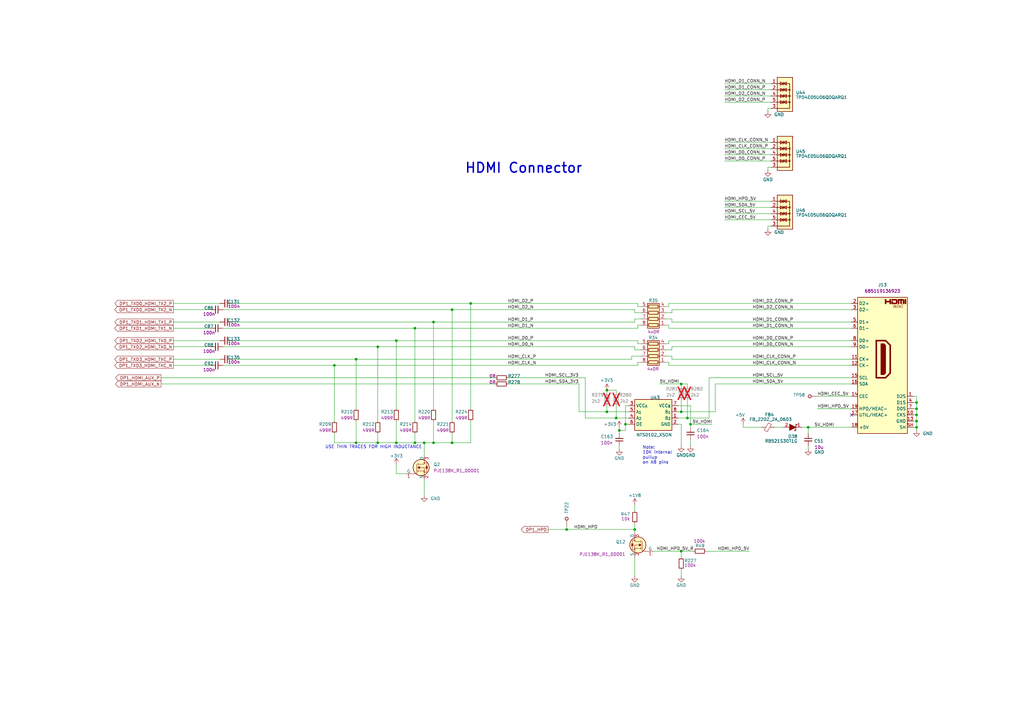
<source format=kicad_sch>
(kicad_sch (version 20231120) (generator "eeschema") (generator_version "8.0")
  (paper "A3")
  (title_block (title "Jetson Carrier Board") (date "2024-07-05") (rev "v1") (company "Argus-1 Cubesat") (comment 1 "www.antmicro.com") (comment 2 "N. Khera"))
  (junction (at 281.94 171.45))
  (junction (at 279.4 168.91))
  (junction (at 375.92 165.1))
  (junction (at 177.8 181.61))
  (junction (at 260.35 217.17))
  (junction (at 375.92 167.64))
  (junction (at 248.92 168.91))
  (junction (at 146.05 147.32))
  (junction (at 170.18 181.61))
  (junction (at 162.56 181.61))
  (junction (at 154.94 181.61))
  (junction (at 170.18 134.62))
  (junction (at 146.05 181.61))
  (junction (at 232.41 217.17))
  (junction (at 256.54 173.99))
  (junction (at 185.42 181.61))
  (junction (at 185.42 127))
  (junction (at 248.92 160.02))
  (junction (at 137.16 149.86))
  (junction (at 154.94 142.24))
  (junction (at 173.99 181.61))
  (junction (at 193.04 124.46))
  (junction (at 375.92 172.72))
  (junction (at 254 176.53))
  (junction (at 331.47 175.26))
  (junction (at 375.92 170.18))
  (junction (at 283.21 173.99))
  (junction (at 279.4 157.48))
  (junction (at 177.8 132.08))
  (junction (at 252.73 171.45))
  (junction (at 162.56 139.7))
  (junction (at 279.4 226.06))
  (junction (at 375.92 175.26))
  (no_connect (at 349.25 170.18))
  (wire (pts (xy 177.8 132.08) (xy 260.35 132.08)))
  (wire (pts (xy 260.35 130.81) (xy 262.89 130.81)))
  (wire (pts (xy 375.92 167.64) (xy 375.92 170.18)))
  (wire (pts (xy 297.18 39.37) (xy 316.23 39.37)))
  (wire (pts (xy 335.28 162.56) (xy 349.25 162.56)))
  (wire (pts (xy 137.16 177.8) (xy 137.16 181.61)))
  (wire (pts (xy 275.59 128.27) (xy 275.59 127)))
  (wire (pts (xy 237.49 168.91) (xy 248.92 168.91)))
  (wire (pts (xy 91.44 134.62) (xy 170.18 134.62)))
  (wire (pts (xy 374.65 175.26) (xy 375.92 175.26)))
  (wire (pts (xy 274.32 134.62) (xy 349.25 134.62)))
  (wire (pts (xy 273.05 128.27) (xy 275.59 128.27)))
  (wire (pts (xy 91.44 142.24) (xy 154.94 142.24)))
  (wire (pts (xy 273.05 140.97) (xy 274.32 140.97)))
  (wire (pts (xy 275.59 130.81) (xy 275.59 132.08)))
  (wire (pts (xy 297.18 87.63) (xy 316.23 87.63)))
  (wire (pts (xy 278.13 166.37) (xy 283.21 166.37)))
  (wire (pts (xy 95.25 124.46) (xy 193.04 124.46)))
  (wire (pts (xy 297.18 85.09) (xy 316.23 85.09)))
  (wire (pts (xy 248.92 168.91) (xy 257.81 168.91)))
  (wire (pts (xy 248.92 160.02) (xy 252.73 160.02)))
  (wire (pts (xy 252.73 171.45) (xy 257.81 171.45)))
  (wire (pts (xy 374.65 162.56) (xy 375.92 162.56)))
  (wire (pts (xy 260.35 217.17) (xy 260.35 218.44)))
  (wire (pts (xy 293.37 157.48) (xy 293.37 168.91)))
  (wire (pts (xy 274.32 124.46) (xy 349.25 124.46)))
  (wire (pts (xy 95.25 147.32) (xy 146.05 147.32)))
  (wire (pts (xy 290.83 154.94) (xy 349.25 154.94)))
  (wire (pts (xy 275.59 132.08) (xy 349.25 132.08)))
  (wire (pts (xy 137.16 181.61) (xy 146.05 181.61)))
  (wire (pts (xy 283.21 173.99) (xy 283.21 175.26)))
  (wire (pts (xy 261.62 124.46) (xy 261.62 125.73)))
  (wire (pts (xy 154.94 181.61) (xy 162.56 181.61)))
  (wire (pts (xy 375.92 172.72) (xy 375.92 175.26)))
  (wire (pts (xy 374.65 167.64) (xy 375.92 167.64)))
  (wire (pts (xy 252.73 160.02) (xy 252.73 161.29)))
  (wire (pts (xy 91.44 127) (xy 185.42 127)))
  (wire (pts (xy 256.54 173.99) (xy 256.54 176.53)))
  (wire (pts (xy 71.12 124.46) (xy 90.17 124.46)))
  (wire (pts (xy 162.56 194.31) (xy 166.37 194.31)))
  (wire (pts (xy 281.94 157.48) (xy 281.94 158.75)))
  (wire (pts (xy 261.62 148.59) (xy 262.89 148.59)))
  (wire (pts (xy 240.03 171.45) (xy 252.73 171.45)))
  (wire (pts (xy 262.89 146.05) (xy 259.08 146.05)))
  (wire (pts (xy 293.37 157.48) (xy 349.25 157.48)))
  (wire (pts (xy 154.94 177.8) (xy 154.94 181.61)))
  (wire (pts (xy 290.83 154.94) (xy 290.83 171.45)))
  (wire (pts (xy 260.35 128.27) (xy 260.35 127)))
  (wire (pts (xy 304.8 173.99) (xy 304.8 175.26)))
  (wire (pts (xy 232.41 217.17) (xy 260.35 217.17)))
  (wire (pts (xy 331.47 175.26) (xy 331.47 177.8)))
  (wire (pts (xy 314.96 68.58) (xy 314.96 69.85)))
  (wire (pts (xy 252.73 166.37) (xy 252.73 171.45)))
  (wire (pts (xy 281.94 163.83) (xy 281.94 171.45)))
  (wire (pts (xy 279.4 226.06) (xy 279.4 228.6)))
  (wire (pts (xy 254 176.53) (xy 256.54 176.53)))
  (wire (pts (xy 177.8 181.61) (xy 185.42 181.61)))
  (wire (pts (xy 279.4 157.48) (xy 281.94 157.48)))
  (wire (pts (xy 274.32 133.35) (xy 274.32 134.62)))
  (wire (pts (xy 173.99 181.61) (xy 173.99 186.69)))
  (wire (pts (xy 273.05 133.35) (xy 274.32 133.35)))
  (wire (pts (xy 185.42 127) (xy 260.35 127)))
  (wire (pts (xy 274.32 139.7) (xy 349.25 139.7)))
  (wire (pts (xy 261.62 149.86) (xy 261.62 148.59)))
  (wire (pts (xy 278.13 171.45) (xy 281.94 171.45)))
  (wire (pts (xy 279.4 226.06) (xy 284.48 226.06)))
  (wire (pts (xy 274.32 125.73) (xy 273.05 125.73)))
  (wire (pts (xy 262.89 143.51) (xy 260.35 143.51)))
  (wire (pts (xy 261.62 140.97) (xy 261.62 139.7)))
  (wire (pts (xy 185.42 127) (xy 185.42 172.72)))
  (wire (pts (xy 297.18 82.55) (xy 316.23 82.55)))
  (wire (pts (xy 71.12 132.08) (xy 90.17 132.08)))
  (wire (pts (xy 162.56 172.72) (xy 162.56 181.61)))
  (wire (pts (xy 66.04 157.48) (xy 203.2 157.48)))
  (wire (pts (xy 261.62 125.73) (xy 262.89 125.73)))
  (wire (pts (xy 154.94 142.24) (xy 260.35 142.24)))
  (wire (pts (xy 208.28 154.94) (xy 240.03 154.94)))
  (wire (pts (xy 257.81 166.37) (xy 256.54 166.37)))
  (wire (pts (xy 279.4 163.83) (xy 279.4 168.91)))
  (wire (pts (xy 278.13 173.99) (xy 279.4 173.99)))
  (wire (pts (xy 254 175.26) (xy 254 176.53)))
  (wire (pts (xy 283.21 180.34) (xy 283.21 182.88)))
  (wire (pts (xy 374.65 165.1) (xy 375.92 165.1)))
  (wire (pts (xy 279.4 233.68) (xy 279.4 236.22)))
  (wire (pts (xy 375.92 165.1) (xy 375.92 167.64)))
  (wire (pts (xy 95.25 139.7) (xy 162.56 139.7)))
  (wire (pts (xy 193.04 172.72) (xy 193.04 181.61)))
  (wire (pts (xy 95.25 132.08) (xy 177.8 132.08)))
  (wire (pts (xy 279.4 173.99) (xy 279.4 182.88)))
  (wire (pts (xy 297.18 66.04) (xy 316.23 66.04)))
  (wire (pts (xy 314.96 92.71) (xy 314.96 93.98)))
  (wire (pts (xy 293.37 168.91) (xy 279.4 168.91)))
  (wire (pts (xy 297.18 58.42) (xy 316.23 58.42)))
  (wire (pts (xy 162.56 190.5) (xy 162.56 194.31)))
  (wire (pts (xy 375.92 175.26) (xy 375.92 176.53)))
  (wire (pts (xy 297.18 90.17) (xy 316.23 90.17)))
  (wire (pts (xy 146.05 172.72) (xy 146.05 181.61)))
  (wire (pts (xy 260.35 214.63) (xy 260.35 217.17)))
  (wire (pts (xy 278.13 168.91) (xy 279.4 168.91)))
  (wire (pts (xy 316.23 68.58) (xy 314.96 68.58)))
  (wire (pts (xy 374.65 172.72) (xy 375.92 172.72)))
  (wire (pts (xy 261.62 133.35) (xy 261.62 134.62)))
  (wire (pts (xy 314.96 44.45) (xy 314.96 45.72)))
  (wire (pts (xy 232.41 215.9) (xy 232.41 217.17)))
  (wire (pts (xy 71.12 134.62) (xy 86.36 134.62)))
  (wire (pts (xy 317.5 175.26) (xy 321.31 175.26)))
  (wire (pts (xy 71.12 142.24) (xy 86.36 142.24)))
  (wire (pts (xy 260.35 236.22) (xy 260.35 228.6)))
  (wire (pts (xy 71.12 147.32) (xy 90.17 147.32)))
  (wire (pts (xy 275.59 143.51) (xy 275.59 142.24)))
  (wire (pts (xy 66.04 154.94) (xy 203.2 154.94)))
  (wire (pts (xy 316.23 92.71) (xy 314.96 92.71)))
  (wire (pts (xy 162.56 139.7) (xy 162.56 167.64)))
  (wire (pts (xy 208.28 157.48) (xy 237.49 157.48)))
  (wire (pts (xy 274.32 124.46) (xy 274.32 125.73)))
  (wire (pts (xy 154.94 142.24) (xy 154.94 172.72)))
  (wire (pts (xy 297.18 63.5) (xy 316.23 63.5)))
  (wire (pts (xy 328.93 175.26) (xy 331.47 175.26)))
  (wire (pts (xy 289.56 226.06) (xy 307.34 226.06)))
  (wire (pts (xy 173.99 203.2) (xy 173.99 196.85)))
  (wire (pts (xy 254 182.88) (xy 254 184.15)))
  (wire (pts (xy 297.18 60.96) (xy 316.23 60.96)))
  (wire (pts (xy 260.35 143.51) (xy 260.35 142.24)))
  (wire (pts (xy 273.05 146.05) (xy 275.59 146.05)))
  (wire (pts (xy 173.99 181.61) (xy 177.8 181.61)))
  (wire (pts (xy 274.32 149.86) (xy 274.32 148.59)))
  (wire (pts (xy 177.8 132.08) (xy 177.8 167.64)))
  (wire (pts (xy 240.03 154.94) (xy 240.03 171.45)))
  (wire (pts (xy 162.56 181.61) (xy 170.18 181.61)))
  (wire (pts (xy 375.92 170.18) (xy 375.92 172.72)))
  (wire (pts (xy 274.32 140.97) (xy 274.32 139.7)))
  (wire (pts (xy 170.18 134.62) (xy 170.18 172.72)))
  (wire (pts (xy 146.05 181.61) (xy 154.94 181.61)))
  (wire (pts (xy 260.35 207.01) (xy 260.35 209.55)))
  (wire (pts (xy 297.18 41.91) (xy 316.23 41.91)))
  (wire (pts (xy 331.47 175.26) (xy 349.25 175.26)))
  (wire (pts (xy 375.92 162.56) (xy 375.92 165.1)))
  (wire (pts (xy 283.21 166.37) (xy 283.21 173.99)))
  (wire (pts (xy 146.05 147.32) (xy 146.05 167.64)))
  (wire (pts (xy 91.44 149.86) (xy 137.16 149.86)))
  (wire (pts (xy 257.81 173.99) (xy 256.54 173.99)))
  (wire (pts (xy 162.56 139.7) (xy 261.62 139.7)))
  (wire (pts (xy 260.35 130.81) (xy 260.35 132.08)))
  (wire (pts (xy 170.18 181.61) (xy 173.99 181.61)))
  (wire (pts (xy 274.32 149.86) (xy 349.25 149.86)))
  (wire (pts (xy 275.59 127) (xy 349.25 127)))
  (wire (pts (xy 177.8 172.72) (xy 177.8 181.61)))
  (wire (pts (xy 170.18 177.8) (xy 170.18 181.61)))
  (wire (pts (xy 279.4 157.48) (xy 279.4 158.75)))
  (wire (pts (xy 254 176.53) (xy 254 177.8)))
  (wire (pts (xy 193.04 124.46) (xy 261.62 124.46)))
  (wire (pts (xy 193.04 124.46) (xy 193.04 167.64)))
  (wire (pts (xy 71.12 139.7) (xy 90.17 139.7)))
  (wire (pts (xy 273.05 143.51) (xy 275.59 143.51)))
  (wire (pts (xy 290.83 171.45) (xy 281.94 171.45)))
  (wire (pts (xy 297.18 36.83) (xy 316.23 36.83)))
  (wire (pts (xy 71.12 149.86) (xy 86.36 149.86)))
  (wire (pts (xy 248.92 166.37) (xy 248.92 168.91)))
  (wire (pts (xy 185.42 181.61) (xy 193.04 181.61)))
  (wire (pts (xy 304.8 175.26) (xy 312.42 175.26)))
  (wire (pts (xy 137.16 149.86) (xy 261.62 149.86)))
  (wire (pts (xy 185.42 177.8) (xy 185.42 181.61)))
  (wire (pts (xy 275.59 147.32) (xy 349.25 147.32)))
  (wire (pts (xy 267.97 226.06) (xy 279.4 226.06)))
  (wire (pts (xy 137.16 149.86) (xy 137.16 172.72)))
  (wire (pts (xy 71.12 127) (xy 86.36 127)))
  (wire (pts (xy 273.05 130.81) (xy 275.59 130.81)))
  (wire (pts (xy 170.18 134.62) (xy 261.62 134.62)))
  (wire (pts (xy 270.51 157.48) (xy 279.4 157.48)))
  (wire (pts (xy 374.65 170.18) (xy 375.92 170.18)))
  (wire (pts (xy 256.54 166.37) (xy 256.54 173.99)))
  (wire (pts (xy 262.89 140.97) (xy 261.62 140.97)))
  (wire (pts (xy 275.59 146.05) (xy 275.59 147.32)))
  (wire (pts (xy 261.62 133.35) (xy 262.89 133.35)))
  (wire (pts (xy 237.49 157.48) (xy 237.49 168.91)))
  (wire (pts (xy 316.23 44.45) (xy 314.96 44.45)))
  (wire (pts (xy 259.08 146.05) (xy 259.08 147.32)))
  (wire (pts (xy 274.32 148.59) (xy 273.05 148.59)))
  (wire (pts (xy 260.35 128.27) (xy 262.89 128.27)))
  (wire (pts (xy 331.47 182.88) (xy 331.47 184.15)))
  (wire (pts (xy 335.28 167.64) (xy 349.25 167.64)))
  (wire (pts (xy 248.92 160.02) (xy 248.92 161.29)))
  (wire (pts (xy 283.21 173.99) (xy 292.1 173.99)))
  (wire (pts (xy 275.59 142.24) (xy 349.25 142.24)))
  (wire (pts (xy 224.79 217.17) (xy 232.41 217.17)))
  (wire (pts (xy 146.05 147.32) (xy 259.08 147.32)))
  (wire (pts (xy 297.18 34.29) (xy 316.23 34.29)))
  (text "USE THIN TRACES FOR HIGH INDUCTANCE" (at 133.35 184.15 0) (effects (font (size 1.27 1.27)) (justify left bottom)))
  (text "Note: \n10K internal \npullup\non AB pins " (at 263.525 190.5 0) (effects (font (size 1.27 1.27)) (justify left bottom)))
  (text "HDMI Connector" (at 190.5 71.374 0) (effects (font (size 4 4) (thickness 0.5994) (bold yes)) (justify left bottom)))
  (label "HDMI_CLK_CONN_N" (at 308.61 149.86 0))
  (label "HDMI_HPD_5V" (at 307.34 226.06 180))
  (label "HDMI_D0_P" (at 208.28 139.7 0))
  (label "HDMI_D0_CONN_P" (at 297.18 66.04 0))
  (label "HDMI_D1_N" (at 208.28 134.62 0))
  (label "HDMI_HPD_5V" (at 297.18 82.55 0))
  (label "HDMI_D2_N" (at 208.28 127 0))
  (label "5V_HDMI" (at 270.51 157.48 0))
  (label "5V_HDMI" (at 334.01 175.26 0))
  (label "HDMI_D2_CONN_N" (at 308.61 127 0))
  (label "HDMI_D0_CONN_P" (at 308.61 139.7 0))
  (label "HDMI_SCL_3V3" (at 223.52 154.94 0))
  (label "HDMI_SDA_5V" (at 297.18 85.09 0))
  (label "HDMI_SDA_3V3" (at 223.52 157.48 0))
  (label "HDMI_CLK_N" (at 208.28 149.86 0))
  (label "HDMI_SCL_5V" (at 308.61 154.94 0))
  (label "5V_HDMI" (at 292.1 173.99 180))
  (label "HDMI_SCL_5V" (at 297.18 87.63 0))
  (label "HDMI_CLK_CONN_P" (at 308.61 147.32 0))
  (label "HDMI_D0_CONN_N" (at 308.61 142.24 0))
  (label "HDMI_D0_CONN_N" (at 297.18 63.5 0))
  (label "HDMI_HPD_5V_R" (at 284.48 226.06 180))
  (label "HDMI_D1_P" (at 208.28 132.08 0))
  (label "HDMI_CLK_P" (at 208.28 147.32 0))
  (label "HDMI_D2_CONN_P" (at 297.18 41.91 0))
  (label "HDMI_D1_CONN_N" (at 297.18 34.29 0))
  (label "HDMI_D2_CONN_P" (at 308.61 124.46 0))
  (label "HDMI_SDA_5V" (at 308.61 157.48 0))
  (label "HDMI_CEC_5V" (at 335.28 162.56 0))
  (label "HDMI_D1_CONN_P" (at 308.61 132.08 0))
  (label "HDMI_CLK_CONN_P" (at 297.18 60.96 0))
  (label "HDMI_D1_CONN_N" (at 308.61 134.62 0))
  (label "HDMI_CLK_CONN_N" (at 297.18 58.42 0))
  (label "HDMI_D2_P" (at 208.28 124.46 0))
  (label "HDMI_D0_N" (at 208.28 142.24 0))
  (label "HDMI_D2_CONN_N" (at 297.18 39.37 0))
  (label "HDMI_HPD_5V" (at 335.28 167.64 0))
  (label "HDMI_HPD" (at 245.11 217.17 180))
  (label "HDMI_D1_CONN_P" (at 297.18 36.83 0))
  (label "HDMI_CEC_5V" (at 297.18 90.17 0))
  (global_label "DP1_TXD3_HDMI_TXC_P" (shape output) (at 71.12 147.32 180) (property "Intersheetrefs" "${INTERSHEET_REFS}" (at 47.0564 147.3994 0) (effects (justify right))))
  (global_label "DP1_TXD1_HDMI_TX1_P" (shape output) (at 71.12 132.08 180) (property "Intersheetrefs" "${INTERSHEET_REFS}" (at 47.1169 132.1594 0) (effects (justify right))))
  (global_label "DP1_TXD2_HDMI_TX0_N" (shape output) (at 71.12 142.24 180) (property "Intersheetrefs" "${INTERSHEET_REFS}" (at 47.0564 142.3194 0) (effects (justify right))))
  (global_label "DP1_TXD0_HDMI_TX2_N" (shape output) (at 71.12 127 180) (property "Intersheetrefs" "${INTERSHEET_REFS}" (at 47.0564 127.0794 0) (effects (justify right))))
  (global_label "DP1_TXD2_HDMI_TX0_P" (shape output) (at 71.12 139.7 180) (property "Intersheetrefs" "${INTERSHEET_REFS}" (at 47.1169 139.7794 0) (effects (justify right))))
  (global_label "DP1_TXD0_HDMI_TX2_P" (shape output) (at 71.12 124.46 180) (property "Intersheetrefs" "${INTERSHEET_REFS}" (at 47.1169 124.5394 0) (effects (justify right))))
  (global_label "DP1_TXD3_HDMI_TXC_N" (shape output) (at 71.12 149.86 180) (property "Intersheetrefs" "${INTERSHEET_REFS}" (at 46.9959 149.9394 0) (effects (justify right))))
  (global_label "DP1_HPD" (shape output) (at 224.79 217.17 180) (property "Intersheetrefs" "${INTERSHEET_REFS}" (at 213.36 217.17 0) (effects (justify right))))
  (global_label "DP1_HDMI_AUX_P" (shape output) (at 66.04 154.94 180) (property "Intersheetrefs" "${INTERSHEET_REFS}" (at 47.4193 154.8606 0) (effects (justify right))))
  (global_label "DP1_TXD1_HDMI_TX1_N" (shape output) (at 71.12 134.62 180) (property "Intersheetrefs" "${INTERSHEET_REFS}" (at 47.0564 134.6994 0) (effects (justify right))))
  (global_label "DP1_HDMI_AUX_N" (shape output) (at 66.04 157.48 180) (property "Intersheetrefs" "${INTERSHEET_REFS}" (at 47.3588 157.4006 0) (effects (justify right))))
  (symbol (lib_id "antmicroResistors0402:R_0R_0402") (at 203.2 154.94 0) (unit 1)
    (property "Reference" "R277" (at 208.28 154.94 0) (effects (justify left bottom)))
    (property "Value" "R_0R_0402" (effects (hide yes)))
    (property "Footprint" "Resistor_SMD:R_0402_1005Metric" (effects (hide yes)))
    (property "Datasheet" "https://industrial.panasonic.com/cdbs/www-data/pdf/RDA0000/AOA0000C301.pdf" (effects (hide yes)))
    (property "Manufacturer" "Panasonic" (effects (hide yes)))
    (property "MPN" "ERJ2GE0R00X" (effects (hide yes)))
    (property "Val" "0R" (at 200.66 154.94 0) (effects (justify left bottom)))
    (property "License" "Apache-2.0" (effects (hide yes)))
    (property "Author" "Antmicro" (effects (hide yes)))
    (property "Current" "1A" (effects (hide yes)))
  )
  (symbol (lib_name "R_499R_0402_1") (lib_id "antmicroResistors0402:R_499R_0402") (at 154.94 177.8 90) (unit 1)
    (property "Reference" "R212" (at 148.59 173.99 90) (effects (justify right)))
    (property "Value" "R_499R_0402" (effects (hide yes)))
    (property "Footprint" "Resistor_SMD:R_0402_1005Metric" (effects (hide yes)))
    (property "Datasheet" "https://www.mouser.com/datasheet/2/54/cr-1858361.pdf" (effects (hide yes)))
    (property "MPN" "CR0402-FX-4990GLF" (effects (hide yes)))
    (property "Manufacturer" "Bourns" (effects (hide yes)))
    (property "License" "Apache-2.0" (effects (hide yes)))
    (property "Author" "Antmicro" (effects (hide yes)))
    (property "Val" "499R" (at 148.59 176.53 90) (effects (justify right)))
    (property "Tolerance" "1%" (effects (hide yes)))
    (property "Public" "False" (effects (hide yes)))
  )
  (symbol (lib_id "antmicroCapacitors0402:C_100n_0402") (at 91.44 127 0) (mirror y) (unit 1)
    (property "Reference" "C86" (at 87.63 127 0) (effects (justify left bottom)))
    (property "Value" "C_100n_0402" (effects (hide yes)))
    (property "Footprint" "Capacitor_SMD:C_0402_1005Metric" (effects (hide yes)))
    (property "Datasheet" "https://search.murata.co.jp/Ceramy/image/img/A01X/G101/ENG/GRM155R61H104KE14-01.pdf" (effects (hide yes)))
    (property "Manufacturer" "Murata" (effects (hide yes)))
    (property "MPN" "GRM155R61H104KE14D" (effects (hide yes)))
    (property "Val" "100n" (at 88.265 129.54 0) (effects (justify left bottom)))
    (property "License" "Apache-2.0" (effects (hide yes)))
    (property "Author" "Antmicro" (effects (hide yes)))
    (property "Voltage" "50V" (effects (hide yes)))
    (property "Dielectric" "X5R" (effects (hide yes)))
  )
  (symbol (lib_id "antmicroCapacitors0402:C_100n_0402") (at 283.21 180.34 270) (mirror x) (unit 1)
    (property "Reference" "C164" (at 285.75 176.5235 90) (effects (justify left)))
    (property "Value" "C_100n_0603" (effects (hide yes)))
    (property "Footprint" "Capacitor_SMD:C_0603_1608Metric" (effects (hide yes)))
    (property "Datasheet" "https://search.murata.co.jp/Ceramy/image/img/A01X/G101/ENG/GRM155R61H104KE14-01.pdf" (effects (hide yes)))
    (property "Manufacturer" "Murata" (effects (hide yes)))
    (property "MPN" "GRM155R61H104KE14D" (effects (hide yes)))
    (property "Val" "100n" (at 285.75 179.0635 90) (effects (justify left)))
    (property "License" "Apache-2.0" (effects (hide yes)))
    (property "Author" "Antmicro" (effects (hide yes)))
    (property "Voltage" "50V" (effects (hide yes)))
    (property "Dielectric" "X5R" (effects (hide yes)))
  )
  (symbol (lib_id "antmicroLogicTranslatorsLevelShifters:NTS0102_XSON") (at 257.81 166.37 0) (unit 1)
    (property "Reference" "U43" (at 266.7 163.83 0) (effects (justify left bottom)))
    (property "Value" "NTS0102_XSON" (at 260.985 179.07 0) (effects (justify left bottom)))
    (property "Footprint" "JetsonCarrier:XSON-8_1x1.95mm_P0.5mm" (effects (hide yes)))
    (property "Datasheet" "http://www.farnell.com/datasheets/1760723.pdf" (effects (hide yes)))
    (property "MPN" "NTS0102GT" (effects (hide yes)))
    (property "Manufacturer" "NXP" (effects (hide yes)))
    (property "Author" "Antmicro" (effects (hide yes)))
    (property "License" "Apache-2.0" (effects (hide yes)))
  )
  (symbol (lib_id "antmicroCapacitors0402:C_100n_0402") (at 95.25 132.08 0) (mirror y) (unit 1)
    (property "Reference" "C132" (at 98.425 132.08 0) (effects (justify left bottom)))
    (property "Value" "C_100n_0402" (effects (hide yes)))
    (property "Footprint" "Capacitor_SMD:C_0402_1005Metric" (effects (hide yes)))
    (property "Datasheet" "https://search.murata.co.jp/Ceramy/image/img/A01X/G101/ENG/GRM155R61H104KE14-01.pdf" (effects (hide yes)))
    (property "Manufacturer" "Murata" (effects (hide yes)))
    (property "MPN" "GRM155R61H104KE14D" (effects (hide yes)))
    (property "Val" "100n" (at 98.425 133.985 0) (effects (justify left bottom)))
    (property "License" "Apache-2.0" (effects (hide yes)))
    (property "Author" "Antmicro" (effects (hide yes)))
    (property "Voltage" "50V" (effects (hide yes)))
    (property "Dielectric" "X5R" (effects (hide yes)))
  )
  (symbol (lib_id "power:GND") (at 279.4 182.88 0) (unit 1)
    (property "Reference" "#PWR0297" (effects (hide yes)))
    (property "Value" "GND" (at 277.368 186.69 0) (effects (justify left)))
    (property "Description" "Power symbol creates a global label with name \"GND\" , ground" (effects (hide yes)))
    (property "Author" "Antmicro" (effects (hide yes)))
    (property "License" "Apache-2.0" (effects (hide yes)))
  )
  (symbol (lib_id "antmicroResistorNetworksArrays:R_4x0R_0201_array") (at 273.05 148.59 180) (unit 1)
    (property "Reference" "R34" (at 269.875 137.795 0) (effects (justify left bottom)))
    (property "Value" "R_4x0R_0402_array" (effects (hide yes)))
    (property "Footprint" "Resistor_SMD:R_Array_Concave_4x0402" (effects (hide yes)))
    (property "Datasheet" "http://industrial.panasonic.com/cdbs/www-data/pdf/AOC0000/AOC0000C14.pdf" (effects (hide yes)))
    (property "MPN" "EXB-18VR000X" (effects (hide yes)))
    (property "Manufacturer" "Panasonic" (effects (hide yes)))
    (property "Val" "4x0R" (at 270.256 150.622 0) (effects (justify left bottom)))
    (property "Author" "Antmicro" (effects (hide yes)))
    (property "License" "Apache-2.0" (effects (hide yes)))
  )
  (symbol (lib_id "antmicroFerriteBeadsandChips:FB_220Z_2A_Murata-BLM21PG_0805") (at 312.42 175.26 0) (unit 1)
    (property "Reference" "FB4" (at 313.69 170.815 0) (effects (justify left bottom)))
    (property "Value" "FB_220Z_2A_0603" (at 307.34 172.72 0) (effects (justify left bottom)))
    (property "Footprint" "Inductor_SMD:L_0603_1608Metric" (effects (hide yes)))
    (property "Datasheet" "https://www.murata.com/products/productdata/8796738977822/ENFA0005.pdf?1653276712000" (effects (hide yes)))
    (property "MPN" "BLM21PG221SN1D" (effects (hide yes)))
    (property "Manufacturer" "Murata" (effects (hide yes)))
    (property "Author" "Antmicro" (effects (hide yes)))
    (property "License" "Apache-2.0" (effects (hide yes)))
  )
  (symbol (lib_id "power:GND") (at 331.47 184.15 0) (unit 1)
    (property "Reference" "#PWR0177" (effects (hide yes)))
    (property "Value" "GND" (at 334.01 185.4199 0) (effects (justify left)))
    (property "Description" "Power symbol creates a global label with name \"GND\" , ground" (effects (hide yes)))
    (property "Author" "Antmicro" (effects (hide yes)))
    (property "License" "Apache-2.0" (effects (hide yes)))
  )
  (symbol (lib_id "antmicroTestPoints:TP_0.75mm_SMD") (at 232.41 215.9 90) (unit 1)
    (property "Reference" "TP22" (at 232.41 208.28 0))
    (property "Value" "TP_0.75mm_SMD" (effects (hide yes)))
    (property "Footprint" "JetsonCarrier:TP_SMD_0.75mm" (effects (hide yes)))
    (property "Author" "Antmicro" (effects (hide yes)))
    (property "License" "Apache-2.0" (effects (hide yes)))
  )
  (symbol (lib_id "antmicroTVSDiodes:TPD4E05U06QDQARQ1") (at 316.23 58.42 0) (unit 1)
    (property "Reference" "U45" (at 326.39 62.865 0) (effects (justify left bottom)))
    (property "Value" "TPD4E05U06QDQARQ1" (at 326.39 64.77 0) (effects (justify left bottom)))
    (property "Footprint" "JetsonCarrier:USON-10_2.5x1mm_P0.5mm" (effects (hide yes)))
    (property "Datasheet" "https://www.ti.com/lit/ds/symlink/tpd4e05u06-q1.pdf?HQS=dis-mous-null-mousermode-dsf-pf-null-wwe&ts=1663591265741&ref_url=https%253A%252F%252Fwww.mouser.pl%252F" (effects (hide yes)))
    (property "Manufacturer" "Texas Instruments" (effects (hide yes)))
    (property "MPN" "TPD4E05U06QDQARQ1" (effects (hide yes)))
    (property "Author" "Antmicro" (effects (hide yes)))
    (property "License" "Apache-2.0" (effects (hide yes)))
  )
  (symbol (lib_id "power:GND") (at 260.35 236.22 0) (mirror y) (unit 1)
    (property "Reference" "#PWR0301" (effects (hide yes)))
    (property "Value" "GND" (at 258.318 240.03 0) (effects (justify right)))
    (property "Description" "Power symbol creates a global label with name \"GND\" , ground" (effects (hide yes)))
    (property "Author" "Antmicro" (effects (hide yes)))
    (property "License" "Apache-2.0" (effects (hide yes)))
  )
  (symbol (lib_id "antmicroResistors0402:R_2k2_0402") (at 248.92 166.37 90) (unit 1) (in_bom no) (dnp yes)
    (property "Reference" "R279" (at 247.65 161.29 90) (effects (justify left bottom)))
    (property "Value" "R_2k2_0402" (effects (hide yes)))
    (property "Footprint" "Resistor_SMD:R_0402_1005Metric" (effects (hide yes)))
    (property "Datasheet" "https://www.bourns.com/docs/product-datasheets/cr.pdf" (effects (hide yes)))
    (property "Manufacturer" "Bourns" (effects (hide yes)))
    (property "MPN" "CR0402-FX-2201GLF" (effects (hide yes)))
    (property "Val" "2k2" (at 257.81 163.83 90) (effects (justify left bottom)))
    (property "DNP" "DNP" (at 249.936 165.862 0) (effects (justify left bottom)))
    (property "License" "Apache-2.0" (effects (hide yes)))
    (property "Author" "Antmicro" (effects (hide yes)))
    (property "Tolerance" "1%" (effects (hide yes)))
  )
  (symbol (lib_id "antmicroVideoConnectors:HDMI-Mini-C_WE_685119136923") (at 349.25 124.46 0) (unit 1)
    (property "Reference" "J13" (at 361.95 116.84 0))
    (property "Value" "HDMI-Mini-C_WE_685119136923" (effects (hide yes)))
    (property "Footprint" "JetsonCarrier:HDMI-Mini-C_Receptacle_WE_685119136923" (effects (hide yes)))
    (property "Datasheet" "https://www.we-online.com/components/products/datasheet/685119136923.pdf" (effects (hide yes)))
    (property "Manufacturer" "Würth Elektronik" (effects (hide yes)))
    (property "MPN" "685119136923" (at 361.95 119.38 0))
    (property "Author" "Antmicro" (effects (hide yes)))
    (property "License" "Apache-2.0" (effects (hide yes)))
    (property "VSD_Class" "HDMI" (effects (hide yes)))
  )
  (symbol (lib_id "power:+3V3") (at 254 175.26 0) (unit 1)
    (property "Reference" "#PWR0295" (effects (hide yes)))
    (property "Value" "+3V3" (at 250.19 173.99 0))
    (property "Description" "Power symbol creates a global label with name \"+3V3\"" (effects (hide yes)))
  )
  (symbol (lib_id "antmicroResistors0402:R_10k_0402") (at 260.35 214.63 90) (unit 1)
    (property "Reference" "R47" (at 258.445 210.185 90) (effects (justify left bottom)))
    (property "Value" "R_10k_0603" (effects (hide yes)))
    (property "Footprint" "Resistor_SMD:R_0603_1608Metric" (effects (hide yes)))
    (property "Datasheet" "https://www.bourns.com/docs/product-datasheets/cr.pdf" (effects (hide yes)))
    (property "Manufacturer" "Bourns" (effects (hide yes)))
    (property "MPN" "CR0402-FX-1002GLF" (effects (hide yes)))
    (property "Val" "10k" (at 258.445 212.09 90) (effects (justify left bottom)))
    (property "License" "Apache-2.0" (effects (hide yes)))
    (property "Author" "Antmicro" (effects (hide yes)))
    (property "Tolerance" "1%" (effects (hide yes)))
  )
  (symbol (lib_id "antmicroCapacitors0402:C_100n_0402") (at 95.25 139.7 0) (mirror y) (unit 1)
    (property "Reference" "C133" (at 98.425 139.7 0) (effects (justify left bottom)))
    (property "Value" "C_100n_0402" (effects (hide yes)))
    (property "Footprint" "Capacitor_SMD:C_0402_1005Metric" (effects (hide yes)))
    (property "Datasheet" "https://search.murata.co.jp/Ceramy/image/img/A01X/G101/ENG/GRM155R61H104KE14-01.pdf" (effects (hide yes)))
    (property "Manufacturer" "Murata" (effects (hide yes)))
    (property "MPN" "GRM155R61H104KE14D" (effects (hide yes)))
    (property "Val" "100n" (at 98.425 141.605 0) (effects (justify left bottom)))
    (property "License" "Apache-2.0" (effects (hide yes)))
    (property "Author" "Antmicro" (effects (hide yes)))
    (property "Voltage" "50V" (effects (hide yes)))
    (property "Dielectric" "X5R" (effects (hide yes)))
  )
  (symbol (lib_id "antmicroResistors0402:R_0R_0402") (at 203.2 157.48 0) (unit 1)
    (property "Reference" "R278" (at 208.28 157.48 0) (effects (justify left bottom)))
    (property "Value" "R_0R_0402" (effects (hide yes)))
    (property "Footprint" "Resistor_SMD:R_0402_1005Metric" (effects (hide yes)))
    (property "Datasheet" "https://industrial.panasonic.com/cdbs/www-data/pdf/RDA0000/AOA0000C301.pdf" (effects (hide yes)))
    (property "Manufacturer" "Panasonic" (effects (hide yes)))
    (property "MPN" "ERJ2GE0R00X" (effects (hide yes)))
    (property "Val" "0R" (at 200.66 157.48 0) (effects (justify left bottom)))
    (property "License" "Apache-2.0" (effects (hide yes)))
    (property "Author" "Antmicro" (effects (hide yes)))
    (property "Current" "1A" (effects (hide yes)))
  )
  (symbol (lib_id "antmicroCapacitors0402:C_100n_0402") (at 91.44 149.86 0) (mirror y) (unit 1)
    (property "Reference" "C92" (at 87.63 149.86 0) (effects (justify left bottom)))
    (property "Value" "C_100n_0402" (effects (hide yes)))
    (property "Footprint" "Capacitor_SMD:C_0402_1005Metric" (effects (hide yes)))
    (property "Datasheet" "https://search.murata.co.jp/Ceramy/image/img/A01X/G101/ENG/GRM155R61H104KE14-01.pdf" (effects (hide yes)))
    (property "Manufacturer" "Murata" (effects (hide yes)))
    (property "MPN" "GRM155R61H104KE14D" (effects (hide yes)))
    (property "Val" "100n" (at 88.265 152.4 0) (effects (justify left bottom)))
    (property "License" "Apache-2.0" (effects (hide yes)))
    (property "Author" "Antmicro" (effects (hide yes)))
    (property "Voltage" "50V" (effects (hide yes)))
    (property "Dielectric" "X5R" (effects (hide yes)))
  )
  (symbol (lib_id "power:GND") (at 314.96 93.98 0) (unit 1)
    (property "Reference" "#PWR0308" (effects (hide yes)))
    (property "Value" "GND" (at 317.5 95.2499 0) (effects (justify left)))
    (property "Description" "Power symbol creates a global label with name \"GND\" , ground" (effects (hide yes)))
    (property "Author" "Antmicro" (effects (hide yes)))
    (property "License" "Apache-2.0" (effects (hide yes)))
  )
  (symbol (lib_id "antmicroTVSDiodes:TPD4E05U06QDQARQ1") (at 316.23 82.55 0) (unit 1)
    (property "Reference" "U46" (at 326.39 86.995 0) (effects (justify left bottom)))
    (property "Value" "TPD4E05U06QDQARQ1" (at 326.39 88.9 0) (effects (justify left bottom)))
    (property "Footprint" "JetsonCarrier:USON-10_2.5x1mm_P0.5mm" (effects (hide yes)))
    (property "Datasheet" "https://www.ti.com/lit/ds/symlink/tpd4e05u06-q1.pdf?HQS=dis-mous-null-mousermode-dsf-pf-null-wwe&ts=1663591265741&ref_url=https%253A%252F%252Fwww.mouser.pl%252F" (effects (hide yes)))
    (property "Manufacturer" "Texas Instruments" (effects (hide yes)))
    (property "MPN" "TPD4E05U06QDQARQ1" (effects (hide yes)))
    (property "Author" "Antmicro" (effects (hide yes)))
    (property "License" "Apache-2.0" (effects (hide yes)))
  )
  (symbol (lib_id "power:GND") (at 279.4 236.22 0) (mirror y) (unit 1)
    (property "Reference" "#PWR0328" (effects (hide yes)))
    (property "Value" "GND" (at 277.368 240.03 0) (effects (justify right)))
    (property "Description" "Power symbol creates a global label with name \"GND\" , ground" (effects (hide yes)))
    (property "Author" "Antmicro" (effects (hide yes)))
    (property "License" "Apache-2.0" (effects (hide yes)))
  )
  (symbol (lib_id "antmicroCapacitors0402:C_100n_0402") (at 91.44 142.24 0) (mirror y) (unit 1)
    (property "Reference" "C88" (at 87.63 142.24 0) (effects (justify left bottom)))
    (property "Value" "C_100n_0402" (effects (hide yes)))
    (property "Footprint" "Capacitor_SMD:C_0402_1005Metric" (effects (hide yes)))
    (property "Datasheet" "https://search.murata.co.jp/Ceramy/image/img/A01X/G101/ENG/GRM155R61H104KE14-01.pdf" (effects (hide yes)))
    (property "Manufacturer" "Murata" (effects (hide yes)))
    (property "MPN" "GRM155R61H104KE14D" (effects (hide yes)))
    (property "Val" "100n" (at 88.265 144.78 0) (effects (justify left bottom)))
    (property "License" "Apache-2.0" (effects (hide yes)))
    (property "Author" "Antmicro" (effects (hide yes)))
    (property "Voltage" "50V" (effects (hide yes)))
    (property "Dielectric" "X5R" (effects (hide yes)))
  )
  (symbol (lib_name "PJE138K_2") (lib_id "antmicroTransistorsFETsMOSFETsSingle:PJE138K") (at 267.97 226.06 0) (mirror y) (unit 1) (in_bom no)
    (property "Reference" "Q12" (at 256.54 222.25 0) (effects (justify left)))
    (property "Value" "PJE138K" (effects (hide yes)))
    (property "Footprint" "Package_TO_SOT_SMD:SOT-523" (effects (hide yes)))
    (property "Datasheet" "https://www.mouser.com/datasheet/2/1057/PJE138K-1876698.pdf" (effects (hide yes)))
    (property "MPN" "PJE138K_R1_00001" (at 256.54 227.33 0) (effects (justify left)))
    (property "Manufacturer" "PANJIT" (effects (hide yes)))
    (property "Author" "Antmicro" (effects (hide yes)))
    (property "License" "Apache-2.0" (effects (hide yes)))
    (property "DNP" "DNP" (effects (hide yes)))
  )
  (symbol (lib_name "PJE138K_2") (lib_id "antmicroTransistorsFETsMOSFETsSingle:PJE138K") (at 166.37 194.31 0) (unit 1)
    (property "Reference" "Q2" (at 177.8 190.5 0) (effects (justify left)))
    (property "Value" "PJE138K" (effects (hide yes)))
    (property "Footprint" "Package_TO_SOT_SMD:SOT-523" (effects (hide yes)))
    (property "Datasheet" "https://www.mouser.com/datasheet/2/1057/PJE138K-1876698.pdf" (effects (hide yes)))
    (property "MPN" "PJE138K_R1_00001" (at 177.8 193.04 0) (effects (justify left)))
    (property "Manufacturer" "PANJIT" (effects (hide yes)))
    (property "Author" "Antmicro" (effects (hide yes)))
    (property "License" "Apache-2.0" (effects (hide yes)))
  )
  (symbol (lib_id "antmicroCapacitors0603:C_10u_0603") (at 331.47 177.8 90) (mirror x) (unit 1)
    (property "Reference" "C51" (at 337.82 181.61 90) (effects (justify left bottom)))
    (property "Value" "C_10u_0603" (effects (hide yes)))
    (property "Footprint" "Capacitor_SMD:C_0603_1608Metric" (effects (hide yes)))
    (property "Datasheet" " " (effects (hide yes)))
    (property "Manufacturer" "Murata" (effects (hide yes)))
    (property "MPN" "GRM188R61A106KE69D" (effects (hide yes)))
    (property "Val" "10u" (at 337.82 184.15 90) (effects (justify left bottom)))
    (property "License" "Apache-2.0" (effects (hide yes)))
    (property "Author" "Antmicro" (effects (hide yes)))
  )
  (symbol (lib_id "power:GND") (at 173.99 203.2 0) (mirror y) (unit 1)
    (property "Reference" "#PWR0327" (effects (hide yes)))
    (property "Value" "GND" (at 176.53 204.4699 0) (effects (justify right)))
    (property "Description" "Power symbol creates a global label with name \"GND\" , ground" (effects (hide yes)))
    (property "Author" "Antmicro" (effects (hide yes)))
    (property "License" "Apache-2.0" (effects (hide yes)))
  )
  (symbol (lib_id "antmicroCapacitors0402:C_100n_0402") (at 91.44 134.62 0) (mirror y) (unit 1)
    (property "Reference" "C87" (at 87.63 134.62 0) (effects (justify left bottom)))
    (property "Value" "C_100n_0402" (effects (hide yes)))
    (property "Footprint" "Capacitor_SMD:C_0402_1005Metric" (effects (hide yes)))
    (property "Datasheet" "https://search.murata.co.jp/Ceramy/image/img/A01X/G101/ENG/GRM155R61H104KE14-01.pdf" (effects (hide yes)))
    (property "Manufacturer" "Murata" (effects (hide yes)))
    (property "MPN" "GRM155R61H104KE14D" (effects (hide yes)))
    (property "Val" "100n" (at 88.265 137.16 0) (effects (justify left bottom)))
    (property "License" "Apache-2.0" (effects (hide yes)))
    (property "Author" "Antmicro" (effects (hide yes)))
    (property "Voltage" "50V" (effects (hide yes)))
    (property "Dielectric" "X5R" (effects (hide yes)))
  )
  (symbol (lib_id "antmicroResistors0402:R_2k2_0402") (at 252.73 166.37 270) (mirror x) (unit 1) (in_bom no) (dnp yes)
    (property "Reference" "R280" (at 254 161.29 90) (effects (justify left bottom)))
    (property "Value" "R_2k2_0402" (effects (hide yes)))
    (property "Footprint" "Resistor_SMD:R_0402_1005Metric" (effects (hide yes)))
    (property "Datasheet" "https://www.bourns.com/docs/product-datasheets/cr.pdf" (effects (hide yes)))
    (property "Manufacturer" "Bourns" (effects (hide yes)))
    (property "MPN" "CR0402-FX-2201GLF" (effects (hide yes)))
    (property "Val" "2k2" (at 242.57 163.83 90) (effects (justify left bottom)))
    (property "DNP" "DNP" (at 251.714 165.862 0) (effects (justify left bottom)))
    (property "License" "Apache-2.0" (effects (hide yes)))
    (property "Author" "Antmicro" (effects (hide yes)))
    (property "Tolerance" "1%" (effects (hide yes)))
  )
  (symbol (lib_name "R_499R_0402_1") (lib_id "antmicroResistors0402:R_499R_0402") (at 177.8 172.72 90) (unit 1)
    (property "Reference" "R220" (at 171.45 168.91 90) (effects (justify right)))
    (property "Value" "R_499R_0402" (effects (hide yes)))
    (property "Footprint" "Resistor_SMD:R_0402_1005Metric" (effects (hide yes)))
    (property "Datasheet" "https://www.mouser.com/datasheet/2/54/cr-1858361.pdf" (effects (hide yes)))
    (property "MPN" "CR0402-FX-4990GLF" (effects (hide yes)))
    (property "Manufacturer" "Bourns" (effects (hide yes)))
    (property "License" "Apache-2.0" (effects (hide yes)))
    (property "Author" "Antmicro" (effects (hide yes)))
    (property "Val" "499R" (at 171.45 171.45 90) (effects (justify right)))
    (property "Tolerance" "1%" (effects (hide yes)))
    (property "Public" "False" (effects (hide yes)))
  )
  (symbol (lib_id "antmicroTestPoints:TP_0.75mm_SMD") (at 335.28 162.56 180) (unit 1)
    (property "Reference" "TP58" (at 330.2 161.29 0) (effects (justify left bottom)))
    (property "Value" "TP_0.75mm_SMD" (effects (hide yes)))
    (property "Footprint" "JetsonCarrier:TP_SMD_0.75mm" (effects (hide yes)))
    (property "Author" "Antmicro" (effects (hide yes)))
    (property "License" "Apache-2.0" (effects (hide yes)))
  )
  (symbol (lib_id "power:GND") (at 254 184.15 0) (unit 1)
    (property "Reference" "#PWR0296" (effects (hide yes)))
    (property "Value" "GND" (at 251.968 187.96 0) (effects (justify left)))
    (property "Description" "Power symbol creates a global label with name \"GND\" , ground" (effects (hide yes)))
    (property "Author" "Antmicro" (effects (hide yes)))
    (property "License" "Apache-2.0" (effects (hide yes)))
  )
  (symbol (lib_id "antmicroResistorNetworksArrays:R_4x0R_0201_array") (at 273.05 133.35 180) (unit 1)
    (property "Reference" "R35" (at 269.875 122.555 0) (effects (justify left bottom)))
    (property "Value" "R_4x0R_0402_array" (effects (hide yes)))
    (property "Footprint" "Resistor_SMD:R_Array_Concave_4x0402" (effects (hide yes)))
    (property "Datasheet" "http://industrial.panasonic.com/cdbs/www-data/pdf/AOC0000/AOC0000C14.pdf" (effects (hide yes)))
    (property "MPN" "EXB-18VR000X" (effects (hide yes)))
    (property "Manufacturer" "Panasonic" (effects (hide yes)))
    (property "Val" "4x0R" (at 270.51 135.382 0) (effects (justify left bottom)))
    (property "Author" "Antmicro" (effects (hide yes)))
    (property "License" "Apache-2.0" (effects (hide yes)))
  )
  (symbol (lib_name "R_499R_0402_1") (lib_id "antmicroResistors0402:R_499R_0402") (at 146.05 172.72 90) (unit 1)
    (property "Reference" "R210" (at 139.7 168.91 90) (effects (justify right)))
    (property "Value" "R_499R_0402" (effects (hide yes)))
    (property "Footprint" "Resistor_SMD:R_0402_1005Metric" (effects (hide yes)))
    (property "Datasheet" "https://www.mouser.com/datasheet/2/54/cr-1858361.pdf" (effects (hide yes)))
    (property "MPN" "CR0402-FX-4990GLF" (effects (hide yes)))
    (property "Manufacturer" "Bourns" (effects (hide yes)))
    (property "License" "Apache-2.0" (effects (hide yes)))
    (property "Author" "Antmicro" (effects (hide yes)))
    (property "Val" "499R" (at 139.7 171.45 90) (effects (justify right)))
    (property "Tolerance" "1%" (effects (hide yes)))
    (property "Public" "False" (effects (hide yes)))
  )
  (symbol (lib_id "antmicroDiodesRectifiersSingle:RB521S30T1G") (at 321.31 175.26 0) (unit 1)
    (property "Reference" "D38" (at 323.215 179.705 0) (effects (justify left bottom)))
    (property "Value" "RB521S30T1G" (at 313.69 181.61 0) (effects (justify left bottom)))
    (property "Footprint" "Diode_SMD:D_SOD-523" (effects (hide yes)))
    (property "Datasheet" "https://www.mouser.pl/datasheet/2/308/RB521S30T1_D-1522497.pdf" (effects (hide yes)))
    (property "MPN" "RB521S30T1G" (effects (hide yes)))
    (property "Manufacturer" "ON Semiconductor" (effects (hide yes)))
    (property "Author" "Antmicro" (effects (hide yes)))
    (property "License" "Apache-2.0" (effects (hide yes)))
  )
  (symbol (lib_id "power:GND") (at 314.96 45.72 0) (unit 1)
    (property "Reference" "#PWR0306" (effects (hide yes)))
    (property "Value" "GND" (at 317.5 46.9899 0) (effects (justify left)))
    (property "Description" "Power symbol creates a global label with name \"GND\" , ground" (effects (hide yes)))
    (property "Author" "Antmicro" (effects (hide yes)))
    (property "License" "Apache-2.0" (effects (hide yes)))
  )
  (symbol (lib_id "antmicroTVSDiodes:TPD4E05U06QDQARQ1") (at 316.23 34.29 0) (unit 1)
    (property "Reference" "U44" (at 326.39 38.735 0) (effects (justify left bottom)))
    (property "Value" "TPD4E05U06QDQARQ1" (at 326.39 40.64 0) (effects (justify left bottom)))
    (property "Footprint" "JetsonCarrier:USON-10_2.5x1mm_P0.5mm" (effects (hide yes)))
    (property "Datasheet" "https://www.ti.com/lit/ds/symlink/tpd4e05u06-q1.pdf?HQS=dis-mous-null-mousermode-dsf-pf-null-wwe&ts=1663591265741&ref_url=https%253A%252F%252Fwww.mouser.pl%252F" (effects (hide yes)))
    (property "Manufacturer" "Texas Instruments" (effects (hide yes)))
    (property "MPN" "TPD4E05U06QDQARQ1" (effects (hide yes)))
    (property "Author" "Antmicro" (effects (hide yes)))
    (property "License" "Apache-2.0" (effects (hide yes)))
  )
  (symbol (lib_id "antmicroCapacitors0402:C_100n_0402") (at 254 182.88 270) (mirror x) (unit 1)
    (property "Reference" "C163" (at 246.38 179.07 90) (effects (justify left)))
    (property "Value" "C_100n_0603" (effects (hide yes)))
    (property "Footprint" "Capacitor_SMD:C_0603_1608Metric" (effects (hide yes)))
    (property "Datasheet" "https://search.murata.co.jp/Ceramy/image/img/A01X/G101/ENG/GRM155R61H104KE14-01.pdf" (effects (hide yes)))
    (property "Manufacturer" "Murata" (effects (hide yes)))
    (property "MPN" "GRM155R61H104KE14D" (effects (hide yes)))
    (property "Val" "100n" (at 246.38 181.61 90) (effects (justify left)))
    (property "License" "Apache-2.0" (effects (hide yes)))
    (property "Author" "Antmicro" (effects (hide yes)))
    (property "Voltage" "50V" (effects (hide yes)))
    (property "Dielectric" "X5R" (effects (hide yes)))
  )
  (symbol (lib_id "antmicroResistors0402:R_2k2_0402") (at 279.4 233.68 90) (unit 1)
    (property "Reference" "R227" (at 285.75 229.235 90) (effects (justify left bottom)))
    (property "Value" "R_100k_0603" (effects (hide yes)))
    (property "Footprint" "Resistor_SMD:R_0603_1608Metric" (effects (hide yes)))
    (property "Datasheet" "https://www.bourns.com/docs/product-datasheets/cr.pdf" (effects (hide yes)))
    (property "Manufacturer" "Bourns" (effects (hide yes)))
    (property "MPN" "CR0402-FX-2201GLF" (effects (hide yes)))
    (property "Val" "100k" (at 285.496 231.14 90) (effects (justify left bottom)))
    (property "License" "Apache-2.0" (effects (hide yes)))
    (property "Author" "Antmicro" (effects (hide yes)))
    (property "Tolerance" "1%" (effects (hide yes)))
  )
  (symbol (lib_id "power:+3V3") (at 162.56 190.5 0) (unit 1)
    (property "Reference" "#PWR0300" (effects (hide yes)))
    (property "Value" "+3V3" (at 162.56 186.944 0))
    (property "Description" "Power symbol creates a global label with name \"+3V3\"" (effects (hide yes)))
  )
  (symbol (lib_id "power:+1V8") (at 260.35 207.01 0) (unit 1)
    (property "Reference" "#PWR014" (effects (hide yes)))
    (property "Value" "+1V8" (at 260.35 203.2 0))
    (property "Description" "Power symbol creates a global label with name \"+1V8\"" (effects (hide yes)))
  )
  (symbol (lib_id "power:GND") (at 314.96 69.85 0) (unit 1)
    (property "Reference" "#PWR0307" (effects (hide yes)))
    (property "Value" "GND" (at 314.96 73.66 0))
    (property "Description" "Power symbol creates a global label with name \"GND\" , ground" (effects (hide yes)))
    (property "Author" "Antmicro" (effects (hide yes)))
    (property "License" "Apache-2.0" (effects (hide yes)))
  )
  (symbol (lib_id "antmicroCapacitors0402:C_100n_0402") (at 95.25 124.46 0) (mirror y) (unit 1)
    (property "Reference" "C131" (at 98.425 124.46 0) (effects (justify left bottom)))
    (property "Value" "C_100n_0402" (effects (hide yes)))
    (property "Footprint" "Capacitor_SMD:C_0402_1005Metric" (effects (hide yes)))
    (property "Datasheet" "https://search.murata.co.jp/Ceramy/image/img/A01X/G101/ENG/GRM155R61H104KE14-01.pdf" (effects (hide yes)))
    (property "Manufacturer" "Murata" (effects (hide yes)))
    (property "MPN" "GRM155R61H104KE14D" (effects (hide yes)))
    (property "Val" "100n" (at 98.425 126.365 0) (effects (justify left bottom)))
    (property "License" "Apache-2.0" (effects (hide yes)))
    (property "Author" "Antmicro" (effects (hide yes)))
    (property "Voltage" "50V" (effects (hide yes)))
    (property "Dielectric" "X5R" (effects (hide yes)))
  )
  (symbol (lib_name "R_499R_0402_1") (lib_id "antmicroResistors0402:R_499R_0402") (at 193.04 172.72 90) (unit 1)
    (property "Reference" "R224" (at 186.69 168.91 90) (effects (justify right)))
    (property "Value" "R_499R_0402" (effects (hide yes)))
    (property "Footprint" "Resistor_SMD:R_0402_1005Metric" (effects (hide yes)))
    (property "Datasheet" "https://www.mouser.com/datasheet/2/54/cr-1858361.pdf" (effects (hide yes)))
    (property "MPN" "CR0402-FX-4990GLF" (effects (hide yes)))
    (property "Manufacturer" "Bourns" (effects (hide yes)))
    (property "License" "Apache-2.0" (effects (hide yes)))
    (property "Author" "Antmicro" (effects (hide yes)))
    (property "Val" "499R" (at 186.69 171.45 90) (effects (justify right)))
    (property "Tolerance" "1%" (effects (hide yes)))
    (property "Public" "False" (effects (hide yes)))
  )
  (symbol (lib_id "antmicroResistors0402:R_2k2_0402") (at 281.94 163.83 270) (mirror x) (unit 1) (in_bom no) (dnp yes)
    (property "Reference" "R282" (at 283.21 158.75 90) (effects (justify left bottom)))
    (property "Value" "R_2k2_0402" (effects (hide yes)))
    (property "Footprint" "Resistor_SMD:R_0402_1005Metric" (effects (hide yes)))
    (property "Datasheet" "https://www.bourns.com/docs/product-datasheets/cr.pdf" (effects (hide yes)))
    (property "Manufacturer" "Bourns" (effects (hide yes)))
    (property "MPN" "CR0402-FX-2201GLF" (effects (hide yes)))
    (property "Val" "2k2" (at 283.21 161.29 90) (effects (justify left bottom)))
    (property "DNP" "DNP" (at 280.924 163.322 0) (effects (justify left bottom)))
    (property "License" "Apache-2.0" (effects (hide yes)))
    (property "Author" "Antmicro" (effects (hide yes)))
    (property "Tolerance" "1%" (effects (hide yes)))
  )
  (symbol (lib_name "R_499R_0402_1") (lib_id "antmicroResistors0402:R_499R_0402") (at 162.56 172.72 90) (unit 1)
    (property "Reference" "R213" (at 156.21 168.91 90) (effects (justify right)))
    (property "Value" "R_499R_0402" (effects (hide yes)))
    (property "Footprint" "Resistor_SMD:R_0402_1005Metric" (effects (hide yes)))
    (property "Datasheet" "https://www.mouser.com/datasheet/2/54/cr-1858361.pdf" (effects (hide yes)))
    (property "MPN" "CR0402-FX-4990GLF" (effects (hide yes)))
    (property "Manufacturer" "Bourns" (effects (hide yes)))
    (property "License" "Apache-2.0" (effects (hide yes)))
    (property "Author" "Antmicro" (effects (hide yes)))
    (property "Val" "499R" (at 156.21 171.45 90) (effects (justify right)))
    (property "Tolerance" "1%" (effects (hide yes)))
    (property "Public" "False" (effects (hide yes)))
  )
  (symbol (lib_name "R_499R_0402_1") (lib_id "antmicroResistors0402:R_499R_0402") (at 170.18 177.8 90) (unit 1)
    (property "Reference" "R214" (at 163.83 173.99 90) (effects (justify right)))
    (property "Value" "R_499R_0402" (effects (hide yes)))
    (property "Footprint" "Resistor_SMD:R_0402_1005Metric" (effects (hide yes)))
    (property "Datasheet" "https://www.mouser.com/datasheet/2/54/cr-1858361.pdf" (effects (hide yes)))
    (property "MPN" "CR0402-FX-4990GLF" (effects (hide yes)))
    (property "Manufacturer" "Bourns" (effects (hide yes)))
    (property "License" "Apache-2.0" (effects (hide yes)))
    (property "Author" "Antmicro" (effects (hide yes)))
    (property "Val" "499R" (at 163.83 176.53 90) (effects (justify right)))
    (property "Tolerance" "1%" (effects (hide yes)))
    (property "Public" "False" (effects (hide yes)))
  )
  (symbol (lib_name "R_499R_0402_1") (lib_id "antmicroResistors0402:R_499R_0402") (at 137.16 177.8 90) (unit 1)
    (property "Reference" "R209" (at 130.81 173.99 90) (effects (justify right)))
    (property "Value" "R_499R_0402" (effects (hide yes)))
    (property "Footprint" "Resistor_SMD:R_0402_1005Metric" (effects (hide yes)))
    (property "Datasheet" "https://www.mouser.com/datasheet/2/54/cr-1858361.pdf" (effects (hide yes)))
    (property "MPN" "CR0402-FX-4990GLF" (effects (hide yes)))
    (property "Manufacturer" "Bourns" (effects (hide yes)))
    (property "License" "Apache-2.0" (effects (hide yes)))
    (property "Author" "Antmicro" (effects (hide yes)))
    (property "Val" "499R" (at 130.81 176.53 90) (effects (justify right)))
    (property "Tolerance" "1%" (effects (hide yes)))
    (property "Public" "False" (effects (hide yes)))
  )
  (symbol (lib_id "power:GND") (at 283.21 182.88 0) (unit 1)
    (property "Reference" "#PWR0298" (effects (hide yes)))
    (property "Value" "GND" (at 281.178 186.69 0) (effects (justify left)))
    (property "Description" "Power symbol creates a global label with name \"GND\" , ground" (effects (hide yes)))
    (property "Author" "Antmicro" (effects (hide yes)))
    (property "License" "Apache-2.0" (effects (hide yes)))
  )
  (symbol (lib_name "R_499R_0402_1") (lib_id "antmicroResistors0402:R_499R_0402") (at 185.42 177.8 90) (unit 1)
    (property "Reference" "R221" (at 179.07 173.99 90) (effects (justify right)))
    (property "Value" "R_499R_0402" (effects (hide yes)))
    (property "Footprint" "Resistor_SMD:R_0402_1005Metric" (effects (hide yes)))
    (property "Datasheet" "https://www.mouser.com/datasheet/2/54/cr-1858361.pdf" (effects (hide yes)))
    (property "MPN" "CR0402-FX-4990GLF" (effects (hide yes)))
    (property "Manufacturer" "Bourns" (effects (hide yes)))
    (property "License" "Apache-2.0" (effects (hide yes)))
    (property "Author" "Antmicro" (effects (hide yes)))
    (property "Val" "499R" (at 179.07 176.53 90) (effects (justify right)))
    (property "Tolerance" "1%" (effects (hide yes)))
    (property "Public" "False" (effects (hide yes)))
  )
  (symbol (lib_id "antmicroResistors0402:R_2k2_0402") (at 289.56 226.06 180) (unit 1)
    (property "Reference" "R49" (at 289.052 223.139 0) (effects (justify left bottom)))
    (property "Value" "R_100k_0603" (effects (hide yes)))
    (property "Footprint" "Resistor_SMD:R_0603_1608Metric" (effects (hide yes)))
    (property "Datasheet" "https://www.bourns.com/docs/product-datasheets/cr.pdf" (effects (hide yes)))
    (property "Manufacturer" "Bourns" (effects (hide yes)))
    (property "MPN" "CR0402-FX-2201GLF" (effects (hide yes)))
    (property "Val" "100k" (at 289.306 221.234 0) (effects (justify left bottom)))
    (property "License" "Apache-2.0" (effects (hide yes)))
    (property "Author" "Antmicro" (effects (hide yes)))
    (property "Tolerance" "1%" (effects (hide yes)))
  )
  (symbol (lib_id "antmicroResistors0402:R_2k2_0402") (at 279.4 163.83 90) (unit 1) (in_bom no) (dnp yes)
    (property "Reference" "R281" (at 278.13 158.75 90) (effects (justify left bottom)))
    (property "Value" "R_2k2_0402" (effects (hide yes)))
    (property "Footprint" "Resistor_SMD:R_0402_1005Metric" (effects (hide yes)))
    (property "Datasheet" "https://www.bourns.com/docs/product-datasheets/cr.pdf" (effects (hide yes)))
    (property "Manufacturer" "Bourns" (effects (hide yes)))
    (property "MPN" "CR0402-FX-2201GLF" (effects (hide yes)))
    (property "Val" "2k2" (at 276.86 161.29 90) (effects (justify left bottom)))
    (property "DNP" "DNP" (at 280.416 163.322 0) (effects (justify left bottom)))
    (property "License" "Apache-2.0" (effects (hide yes)))
    (property "Author" "Antmicro" (effects (hide yes)))
    (property "Tolerance" "1%" (effects (hide yes)))
  )
  (symbol (lib_id "antmicropower:+5V") (at 304.8 173.99 0) (unit 1)
    (property "Reference" "#PWR0299" (effects (hide yes)))
    (property "Value" "+5V" (at 303.53 170.18 0))
  )
  (symbol (lib_id "power:+3V3") (at 248.92 160.02 0) (unit 1)
    (property "Reference" "#PWR0294" (effects (hide yes)))
    (property "Value" "+3V3" (at 246.126 155.956 0) (effects (justify left)))
    (property "Description" "Power symbol creates a global label with name \"+3V3\"" (effects (hide yes)))
  )
  (symbol (lib_id "antmicroCapacitors0402:C_100n_0402") (at 95.25 147.32 0) (mirror y) (unit 1)
    (property "Reference" "C135" (at 98.425 147.32 0) (effects (justify left bottom)))
    (property "Value" "C_100n_0402" (effects (hide yes)))
    (property "Footprint" "Capacitor_SMD:C_0402_1005Metric" (effects (hide yes)))
    (property "Datasheet" "https://search.murata.co.jp/Ceramy/image/img/A01X/G101/ENG/GRM155R61H104KE14-01.pdf" (effects (hide yes)))
    (property "Manufacturer" "Murata" (effects (hide yes)))
    (property "MPN" "GRM155R61H104KE14D" (effects (hide yes)))
    (property "Val" "100n" (at 98.425 149.225 0) (effects (justify left bottom)))
    (property "License" "Apache-2.0" (effects (hide yes)))
    (property "Author" "Antmicro" (effects (hide yes)))
    (property "Voltage" "50V" (effects (hide yes)))
    (property "Dielectric" "X5R" (effects (hide yes)))
  )
  (symbol (lib_id "power:GND") (at 375.92 176.53 0) (mirror y) (unit 1)
    (property "Reference" "#PWR0305" (effects (hide yes)))
    (property "Value" "GND" (at 378.46 177.7999 0) (effects (justify right)))
    (property "Description" "Power symbol creates a global label with name \"GND\" , ground" (effects (hide yes)))
    (property "Author" "Antmicro" (effects (hide yes)))
    (property "License" "Apache-2.0" (effects (hide yes)))
  )
)
</source>
